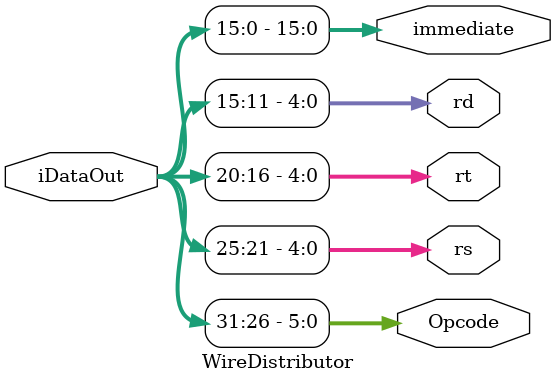
<source format=v>
`timescale 1ns / 1ps
module WireDistributor(
	input [31:0] iDataOut,
	output reg [5:0] Opcode,
	output reg [4:0] rs, rt, rd,
	output reg [15:0] immediate
	);
    always @(iDataOut) begin
    	Opcode = iDataOut[31:26];
		rs = iDataOut[25:21];
		rt = iDataOut[20:16];
		rd = iDataOut[15:11];
		immediate = iDataOut[15:0];
    end
endmodule

</source>
